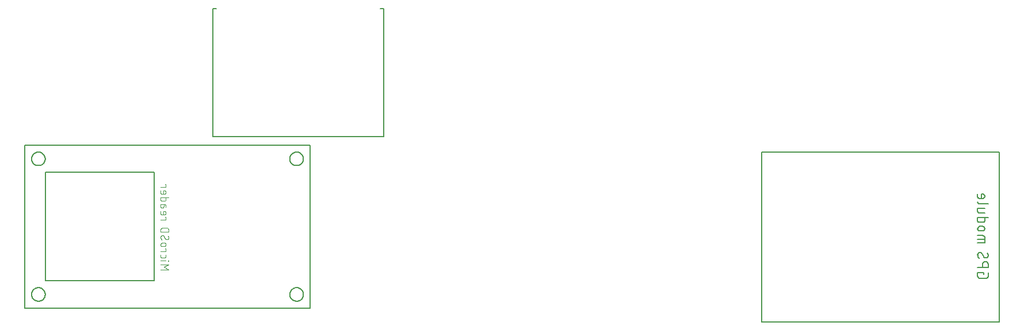
<source format=gbr>
G04 EAGLE Gerber RS-274X export*
G75*
%MOMM*%
%FSLAX34Y34*%
%LPD*%
%INSilkscreen Bottom*%
%IPPOS*%
%AMOC8*
5,1,8,0,0,1.08239X$1,22.5*%
G01*
%ADD10C,0.127000*%
%ADD11C,0.101600*%


D10*
X1113790Y40640D02*
X1113790Y290640D01*
X1463790Y290640D01*
X1463790Y40640D01*
X1113790Y40640D01*
X1440533Y110800D02*
X1440533Y113383D01*
X1431925Y113383D01*
X1431925Y108218D01*
X1431927Y108103D01*
X1431933Y107988D01*
X1431942Y107873D01*
X1431956Y107759D01*
X1431973Y107645D01*
X1431994Y107532D01*
X1432019Y107420D01*
X1432047Y107308D01*
X1432080Y107198D01*
X1432116Y107089D01*
X1432155Y106981D01*
X1432198Y106874D01*
X1432245Y106769D01*
X1432295Y106665D01*
X1432349Y106563D01*
X1432406Y106463D01*
X1432466Y106365D01*
X1432529Y106269D01*
X1432596Y106176D01*
X1432666Y106084D01*
X1432739Y105995D01*
X1432814Y105908D01*
X1432893Y105824D01*
X1432974Y105743D01*
X1433058Y105664D01*
X1433145Y105589D01*
X1433234Y105516D01*
X1433326Y105446D01*
X1433419Y105379D01*
X1433515Y105316D01*
X1433613Y105256D01*
X1433713Y105199D01*
X1433815Y105145D01*
X1433919Y105095D01*
X1434024Y105048D01*
X1434131Y105005D01*
X1434239Y104966D01*
X1434348Y104930D01*
X1434458Y104897D01*
X1434570Y104869D01*
X1434682Y104844D01*
X1434795Y104823D01*
X1434909Y104806D01*
X1435023Y104792D01*
X1435138Y104783D01*
X1435253Y104777D01*
X1435368Y104775D01*
X1443976Y104775D01*
X1444091Y104777D01*
X1444206Y104783D01*
X1444321Y104792D01*
X1444435Y104806D01*
X1444549Y104823D01*
X1444662Y104844D01*
X1444774Y104869D01*
X1444886Y104897D01*
X1444996Y104930D01*
X1445105Y104966D01*
X1445213Y105005D01*
X1445320Y105048D01*
X1445425Y105095D01*
X1445529Y105145D01*
X1445631Y105199D01*
X1445731Y105256D01*
X1445829Y105316D01*
X1445925Y105379D01*
X1446018Y105446D01*
X1446110Y105516D01*
X1446199Y105589D01*
X1446286Y105664D01*
X1446370Y105743D01*
X1446451Y105824D01*
X1446529Y105908D01*
X1446605Y105995D01*
X1446678Y106084D01*
X1446748Y106176D01*
X1446815Y106269D01*
X1446878Y106365D01*
X1446938Y106463D01*
X1446995Y106563D01*
X1447049Y106665D01*
X1447099Y106769D01*
X1447146Y106874D01*
X1447189Y106981D01*
X1447228Y107089D01*
X1447264Y107198D01*
X1447297Y107308D01*
X1447325Y107420D01*
X1447350Y107532D01*
X1447371Y107645D01*
X1447388Y107759D01*
X1447402Y107873D01*
X1447411Y107988D01*
X1447417Y108103D01*
X1447419Y108218D01*
X1447419Y113383D01*
X1447419Y120829D02*
X1431925Y120829D01*
X1447419Y120829D02*
X1447419Y125133D01*
X1447417Y125263D01*
X1447411Y125393D01*
X1447401Y125523D01*
X1447388Y125652D01*
X1447370Y125781D01*
X1447349Y125909D01*
X1447323Y126036D01*
X1447294Y126163D01*
X1447261Y126289D01*
X1447224Y126413D01*
X1447184Y126537D01*
X1447139Y126659D01*
X1447091Y126780D01*
X1447040Y126899D01*
X1446985Y127017D01*
X1446926Y127133D01*
X1446864Y127247D01*
X1446798Y127360D01*
X1446729Y127470D01*
X1446657Y127578D01*
X1446582Y127684D01*
X1446503Y127787D01*
X1446421Y127888D01*
X1446337Y127987D01*
X1446249Y128083D01*
X1446158Y128176D01*
X1446065Y128267D01*
X1445969Y128355D01*
X1445870Y128439D01*
X1445769Y128521D01*
X1445666Y128600D01*
X1445560Y128675D01*
X1445452Y128747D01*
X1445342Y128816D01*
X1445229Y128882D01*
X1445115Y128944D01*
X1444999Y129003D01*
X1444881Y129058D01*
X1444762Y129109D01*
X1444641Y129157D01*
X1444519Y129202D01*
X1444395Y129242D01*
X1444271Y129279D01*
X1444145Y129312D01*
X1444018Y129341D01*
X1443891Y129367D01*
X1443763Y129388D01*
X1443634Y129406D01*
X1443505Y129419D01*
X1443375Y129429D01*
X1443245Y129435D01*
X1443115Y129437D01*
X1442985Y129435D01*
X1442855Y129429D01*
X1442725Y129419D01*
X1442596Y129406D01*
X1442467Y129388D01*
X1442339Y129367D01*
X1442212Y129341D01*
X1442085Y129312D01*
X1441959Y129279D01*
X1441835Y129242D01*
X1441711Y129202D01*
X1441589Y129157D01*
X1441468Y129109D01*
X1441349Y129058D01*
X1441231Y129003D01*
X1441115Y128944D01*
X1441001Y128882D01*
X1440888Y128816D01*
X1440778Y128747D01*
X1440670Y128675D01*
X1440564Y128600D01*
X1440461Y128521D01*
X1440360Y128439D01*
X1440261Y128355D01*
X1440165Y128267D01*
X1440072Y128176D01*
X1439981Y128083D01*
X1439893Y127987D01*
X1439809Y127888D01*
X1439727Y127787D01*
X1439648Y127684D01*
X1439573Y127578D01*
X1439501Y127470D01*
X1439432Y127360D01*
X1439366Y127247D01*
X1439304Y127133D01*
X1439245Y127017D01*
X1439190Y126899D01*
X1439139Y126780D01*
X1439091Y126659D01*
X1439046Y126537D01*
X1439006Y126413D01*
X1438969Y126289D01*
X1438936Y126163D01*
X1438907Y126036D01*
X1438881Y125909D01*
X1438860Y125781D01*
X1438842Y125652D01*
X1438829Y125523D01*
X1438819Y125393D01*
X1438813Y125263D01*
X1438811Y125133D01*
X1438811Y120829D01*
X1431925Y139671D02*
X1431927Y139786D01*
X1431933Y139901D01*
X1431942Y140016D01*
X1431956Y140130D01*
X1431973Y140244D01*
X1431994Y140357D01*
X1432019Y140469D01*
X1432047Y140581D01*
X1432080Y140691D01*
X1432116Y140800D01*
X1432155Y140908D01*
X1432198Y141015D01*
X1432245Y141120D01*
X1432295Y141224D01*
X1432349Y141326D01*
X1432406Y141426D01*
X1432466Y141524D01*
X1432529Y141620D01*
X1432596Y141713D01*
X1432666Y141805D01*
X1432739Y141894D01*
X1432815Y141981D01*
X1432893Y142065D01*
X1432974Y142146D01*
X1433058Y142225D01*
X1433145Y142300D01*
X1433234Y142373D01*
X1433326Y142443D01*
X1433419Y142510D01*
X1433515Y142573D01*
X1433613Y142633D01*
X1433713Y142690D01*
X1433815Y142744D01*
X1433919Y142794D01*
X1434024Y142841D01*
X1434131Y142884D01*
X1434239Y142923D01*
X1434348Y142959D01*
X1434458Y142992D01*
X1434570Y143020D01*
X1434682Y143045D01*
X1434795Y143066D01*
X1434909Y143083D01*
X1435023Y143097D01*
X1435138Y143106D01*
X1435253Y143112D01*
X1435368Y143114D01*
X1431925Y139671D02*
X1431927Y139497D01*
X1431933Y139323D01*
X1431944Y139149D01*
X1431958Y138976D01*
X1431977Y138803D01*
X1432000Y138631D01*
X1432027Y138459D01*
X1432058Y138287D01*
X1432093Y138117D01*
X1432132Y137947D01*
X1432175Y137779D01*
X1432223Y137611D01*
X1432274Y137445D01*
X1432329Y137280D01*
X1432388Y137116D01*
X1432451Y136954D01*
X1432518Y136794D01*
X1432589Y136635D01*
X1432664Y136477D01*
X1432742Y136322D01*
X1432824Y136168D01*
X1432910Y136017D01*
X1432999Y135868D01*
X1433092Y135720D01*
X1433188Y135575D01*
X1433288Y135433D01*
X1433391Y135293D01*
X1433497Y135155D01*
X1433607Y135020D01*
X1433720Y134887D01*
X1433836Y134758D01*
X1433955Y134631D01*
X1434077Y134507D01*
X1443976Y134937D02*
X1444091Y134939D01*
X1444206Y134945D01*
X1444321Y134954D01*
X1444435Y134968D01*
X1444549Y134985D01*
X1444662Y135006D01*
X1444774Y135031D01*
X1444886Y135059D01*
X1444996Y135092D01*
X1445105Y135128D01*
X1445213Y135167D01*
X1445320Y135210D01*
X1445425Y135257D01*
X1445529Y135307D01*
X1445631Y135361D01*
X1445731Y135418D01*
X1445829Y135478D01*
X1445925Y135541D01*
X1446018Y135608D01*
X1446110Y135678D01*
X1446199Y135751D01*
X1446286Y135826D01*
X1446370Y135905D01*
X1446451Y135986D01*
X1446530Y136070D01*
X1446605Y136157D01*
X1446678Y136246D01*
X1446748Y136338D01*
X1446815Y136431D01*
X1446878Y136527D01*
X1446938Y136625D01*
X1446995Y136725D01*
X1447049Y136827D01*
X1447099Y136931D01*
X1447146Y137036D01*
X1447189Y137143D01*
X1447228Y137251D01*
X1447264Y137360D01*
X1447297Y137470D01*
X1447325Y137582D01*
X1447350Y137694D01*
X1447371Y137807D01*
X1447388Y137921D01*
X1447402Y138035D01*
X1447411Y138150D01*
X1447417Y138265D01*
X1447419Y138380D01*
X1447417Y138540D01*
X1447411Y138699D01*
X1447401Y138859D01*
X1447387Y139018D01*
X1447370Y139177D01*
X1447348Y139335D01*
X1447322Y139493D01*
X1447293Y139650D01*
X1447259Y139806D01*
X1447222Y139962D01*
X1447181Y140116D01*
X1447136Y140269D01*
X1447088Y140422D01*
X1447035Y140573D01*
X1446979Y140722D01*
X1446919Y140870D01*
X1446856Y141017D01*
X1446789Y141162D01*
X1446718Y141305D01*
X1446644Y141447D01*
X1446566Y141587D01*
X1446485Y141724D01*
X1446401Y141860D01*
X1446313Y141993D01*
X1446222Y142125D01*
X1446128Y142254D01*
X1440963Y136659D02*
X1441024Y136559D01*
X1441089Y136461D01*
X1441156Y136365D01*
X1441227Y136272D01*
X1441301Y136181D01*
X1441378Y136093D01*
X1441458Y136007D01*
X1441541Y135924D01*
X1441626Y135844D01*
X1441714Y135767D01*
X1441805Y135693D01*
X1441898Y135622D01*
X1441993Y135553D01*
X1442091Y135489D01*
X1442190Y135427D01*
X1442292Y135369D01*
X1442396Y135314D01*
X1442501Y135263D01*
X1442608Y135216D01*
X1442717Y135172D01*
X1442827Y135131D01*
X1442938Y135095D01*
X1443050Y135062D01*
X1443164Y135033D01*
X1443278Y135007D01*
X1443393Y134986D01*
X1443509Y134968D01*
X1443625Y134955D01*
X1443742Y134945D01*
X1443859Y134939D01*
X1443976Y134937D01*
X1438381Y141392D02*
X1438320Y141492D01*
X1438255Y141590D01*
X1438188Y141686D01*
X1438117Y141779D01*
X1438043Y141870D01*
X1437966Y141958D01*
X1437886Y142044D01*
X1437803Y142127D01*
X1437718Y142207D01*
X1437630Y142284D01*
X1437539Y142358D01*
X1437446Y142429D01*
X1437351Y142498D01*
X1437253Y142562D01*
X1437154Y142624D01*
X1437052Y142682D01*
X1436948Y142737D01*
X1436843Y142788D01*
X1436736Y142835D01*
X1436627Y142879D01*
X1436517Y142920D01*
X1436406Y142956D01*
X1436294Y142989D01*
X1436180Y143018D01*
X1436066Y143044D01*
X1435951Y143065D01*
X1435835Y143083D01*
X1435719Y143096D01*
X1435602Y143106D01*
X1435485Y143112D01*
X1435368Y143114D01*
X1438381Y141393D02*
X1440963Y136659D01*
X1442254Y157431D02*
X1431925Y157431D01*
X1442254Y157431D02*
X1442254Y165178D01*
X1442252Y165277D01*
X1442246Y165376D01*
X1442237Y165474D01*
X1442224Y165572D01*
X1442207Y165670D01*
X1442186Y165766D01*
X1442162Y165862D01*
X1442134Y165957D01*
X1442102Y166051D01*
X1442067Y166143D01*
X1442028Y166234D01*
X1441986Y166324D01*
X1441940Y166411D01*
X1441891Y166497D01*
X1441839Y166581D01*
X1441784Y166663D01*
X1441725Y166743D01*
X1441664Y166821D01*
X1441600Y166896D01*
X1441532Y166968D01*
X1441462Y167038D01*
X1441390Y167106D01*
X1441315Y167170D01*
X1441237Y167231D01*
X1441157Y167290D01*
X1441075Y167345D01*
X1440991Y167397D01*
X1440905Y167446D01*
X1440818Y167492D01*
X1440728Y167534D01*
X1440637Y167573D01*
X1440545Y167608D01*
X1440451Y167640D01*
X1440356Y167668D01*
X1440260Y167692D01*
X1440164Y167713D01*
X1440066Y167730D01*
X1439968Y167743D01*
X1439870Y167752D01*
X1439771Y167758D01*
X1439672Y167760D01*
X1431925Y167760D01*
X1431925Y162596D02*
X1442254Y162596D01*
X1438811Y174514D02*
X1435368Y174514D01*
X1438811Y174514D02*
X1438927Y174516D01*
X1439043Y174522D01*
X1439159Y174532D01*
X1439275Y174545D01*
X1439390Y174563D01*
X1439504Y174584D01*
X1439618Y174610D01*
X1439730Y174639D01*
X1439842Y174672D01*
X1439952Y174709D01*
X1440061Y174749D01*
X1440169Y174793D01*
X1440275Y174841D01*
X1440379Y174892D01*
X1440482Y174947D01*
X1440583Y175005D01*
X1440681Y175066D01*
X1440778Y175131D01*
X1440872Y175199D01*
X1440964Y175270D01*
X1441054Y175345D01*
X1441141Y175422D01*
X1441225Y175502D01*
X1441306Y175585D01*
X1441385Y175671D01*
X1441461Y175759D01*
X1441534Y175850D01*
X1441603Y175943D01*
X1441670Y176038D01*
X1441733Y176136D01*
X1441793Y176235D01*
X1441849Y176337D01*
X1441902Y176441D01*
X1441952Y176546D01*
X1441997Y176653D01*
X1442040Y176761D01*
X1442078Y176871D01*
X1442113Y176982D01*
X1442144Y177094D01*
X1442171Y177207D01*
X1442195Y177321D01*
X1442214Y177436D01*
X1442230Y177551D01*
X1442242Y177667D01*
X1442250Y177783D01*
X1442254Y177899D01*
X1442254Y178015D01*
X1442250Y178131D01*
X1442242Y178247D01*
X1442230Y178363D01*
X1442214Y178478D01*
X1442195Y178593D01*
X1442171Y178707D01*
X1442144Y178820D01*
X1442113Y178932D01*
X1442078Y179043D01*
X1442040Y179153D01*
X1441997Y179261D01*
X1441952Y179368D01*
X1441902Y179473D01*
X1441849Y179577D01*
X1441793Y179678D01*
X1441733Y179778D01*
X1441670Y179876D01*
X1441603Y179971D01*
X1441534Y180064D01*
X1441461Y180155D01*
X1441385Y180243D01*
X1441306Y180329D01*
X1441225Y180412D01*
X1441141Y180492D01*
X1441054Y180569D01*
X1440964Y180644D01*
X1440872Y180715D01*
X1440778Y180783D01*
X1440681Y180848D01*
X1440583Y180909D01*
X1440482Y180967D01*
X1440379Y181022D01*
X1440275Y181073D01*
X1440169Y181121D01*
X1440061Y181165D01*
X1439952Y181205D01*
X1439842Y181242D01*
X1439730Y181275D01*
X1439618Y181304D01*
X1439504Y181330D01*
X1439390Y181351D01*
X1439275Y181369D01*
X1439159Y181382D01*
X1439043Y181392D01*
X1438927Y181398D01*
X1438811Y181400D01*
X1435368Y181400D01*
X1435252Y181398D01*
X1435136Y181392D01*
X1435020Y181382D01*
X1434904Y181369D01*
X1434789Y181351D01*
X1434675Y181330D01*
X1434561Y181304D01*
X1434449Y181275D01*
X1434337Y181242D01*
X1434227Y181205D01*
X1434118Y181165D01*
X1434010Y181121D01*
X1433904Y181073D01*
X1433800Y181022D01*
X1433697Y180967D01*
X1433596Y180909D01*
X1433498Y180848D01*
X1433401Y180783D01*
X1433307Y180715D01*
X1433215Y180644D01*
X1433125Y180569D01*
X1433038Y180492D01*
X1432954Y180412D01*
X1432873Y180329D01*
X1432794Y180243D01*
X1432718Y180155D01*
X1432645Y180064D01*
X1432576Y179971D01*
X1432509Y179876D01*
X1432446Y179778D01*
X1432386Y179679D01*
X1432330Y179577D01*
X1432277Y179473D01*
X1432227Y179368D01*
X1432182Y179261D01*
X1432139Y179153D01*
X1432101Y179043D01*
X1432066Y178932D01*
X1432035Y178820D01*
X1432008Y178707D01*
X1431984Y178593D01*
X1431965Y178478D01*
X1431949Y178363D01*
X1431937Y178247D01*
X1431929Y178131D01*
X1431925Y178015D01*
X1431925Y177899D01*
X1431929Y177783D01*
X1431937Y177667D01*
X1431949Y177551D01*
X1431965Y177436D01*
X1431984Y177321D01*
X1432008Y177207D01*
X1432035Y177094D01*
X1432066Y176982D01*
X1432101Y176871D01*
X1432139Y176761D01*
X1432182Y176653D01*
X1432227Y176546D01*
X1432277Y176441D01*
X1432330Y176337D01*
X1432386Y176236D01*
X1432446Y176136D01*
X1432509Y176038D01*
X1432576Y175943D01*
X1432645Y175850D01*
X1432718Y175759D01*
X1432794Y175671D01*
X1432873Y175585D01*
X1432954Y175502D01*
X1433038Y175422D01*
X1433125Y175345D01*
X1433215Y175270D01*
X1433307Y175199D01*
X1433401Y175131D01*
X1433498Y175066D01*
X1433596Y175005D01*
X1433697Y174947D01*
X1433800Y174892D01*
X1433904Y174841D01*
X1434010Y174793D01*
X1434118Y174749D01*
X1434227Y174709D01*
X1434337Y174672D01*
X1434449Y174639D01*
X1434561Y174610D01*
X1434675Y174584D01*
X1434789Y174563D01*
X1434904Y174545D01*
X1435020Y174532D01*
X1435136Y174522D01*
X1435252Y174516D01*
X1435368Y174514D01*
X1431925Y194215D02*
X1447419Y194215D01*
X1431925Y194215D02*
X1431925Y189911D01*
X1431927Y189812D01*
X1431933Y189713D01*
X1431942Y189615D01*
X1431955Y189517D01*
X1431972Y189419D01*
X1431993Y189323D01*
X1432017Y189227D01*
X1432045Y189132D01*
X1432077Y189038D01*
X1432112Y188946D01*
X1432151Y188855D01*
X1432193Y188765D01*
X1432239Y188678D01*
X1432288Y188592D01*
X1432340Y188508D01*
X1432395Y188426D01*
X1432454Y188346D01*
X1432515Y188268D01*
X1432579Y188193D01*
X1432647Y188121D01*
X1432717Y188051D01*
X1432789Y187983D01*
X1432864Y187919D01*
X1432942Y187858D01*
X1433022Y187799D01*
X1433104Y187744D01*
X1433188Y187692D01*
X1433274Y187643D01*
X1433361Y187597D01*
X1433451Y187555D01*
X1433542Y187516D01*
X1433634Y187481D01*
X1433728Y187449D01*
X1433823Y187421D01*
X1433919Y187397D01*
X1434015Y187376D01*
X1434113Y187359D01*
X1434211Y187346D01*
X1434309Y187337D01*
X1434408Y187331D01*
X1434507Y187329D01*
X1439672Y187329D01*
X1439771Y187331D01*
X1439870Y187337D01*
X1439968Y187346D01*
X1440066Y187359D01*
X1440164Y187376D01*
X1440260Y187397D01*
X1440356Y187421D01*
X1440451Y187449D01*
X1440545Y187481D01*
X1440637Y187516D01*
X1440728Y187555D01*
X1440818Y187597D01*
X1440905Y187643D01*
X1440991Y187692D01*
X1441075Y187744D01*
X1441157Y187799D01*
X1441237Y187858D01*
X1441315Y187919D01*
X1441390Y187983D01*
X1441462Y188051D01*
X1441532Y188121D01*
X1441600Y188193D01*
X1441664Y188268D01*
X1441725Y188346D01*
X1441784Y188426D01*
X1441839Y188508D01*
X1441891Y188592D01*
X1441940Y188678D01*
X1441986Y188765D01*
X1442028Y188855D01*
X1442067Y188946D01*
X1442102Y189038D01*
X1442134Y189132D01*
X1442162Y189227D01*
X1442186Y189323D01*
X1442207Y189419D01*
X1442224Y189517D01*
X1442237Y189615D01*
X1442246Y189713D01*
X1442252Y189812D01*
X1442254Y189911D01*
X1442254Y194215D01*
X1442254Y201272D02*
X1434507Y201272D01*
X1434507Y201273D02*
X1434408Y201275D01*
X1434309Y201281D01*
X1434211Y201290D01*
X1434113Y201303D01*
X1434015Y201320D01*
X1433919Y201341D01*
X1433823Y201365D01*
X1433728Y201393D01*
X1433634Y201425D01*
X1433542Y201460D01*
X1433451Y201499D01*
X1433361Y201541D01*
X1433274Y201587D01*
X1433188Y201636D01*
X1433104Y201688D01*
X1433022Y201743D01*
X1432942Y201802D01*
X1432864Y201863D01*
X1432789Y201927D01*
X1432717Y201995D01*
X1432647Y202065D01*
X1432579Y202137D01*
X1432515Y202212D01*
X1432454Y202290D01*
X1432395Y202370D01*
X1432340Y202452D01*
X1432288Y202536D01*
X1432239Y202622D01*
X1432193Y202709D01*
X1432151Y202799D01*
X1432112Y202890D01*
X1432077Y202982D01*
X1432045Y203076D01*
X1432017Y203171D01*
X1431993Y203267D01*
X1431972Y203363D01*
X1431955Y203461D01*
X1431942Y203559D01*
X1431933Y203657D01*
X1431927Y203756D01*
X1431925Y203855D01*
X1431925Y208159D01*
X1442254Y208159D01*
X1447419Y214880D02*
X1434507Y214880D01*
X1434507Y214881D02*
X1434408Y214883D01*
X1434309Y214889D01*
X1434211Y214898D01*
X1434113Y214911D01*
X1434015Y214928D01*
X1433919Y214949D01*
X1433823Y214973D01*
X1433728Y215001D01*
X1433634Y215033D01*
X1433542Y215068D01*
X1433451Y215107D01*
X1433361Y215149D01*
X1433274Y215195D01*
X1433188Y215244D01*
X1433104Y215296D01*
X1433022Y215351D01*
X1432942Y215410D01*
X1432864Y215471D01*
X1432789Y215535D01*
X1432717Y215603D01*
X1432647Y215673D01*
X1432579Y215745D01*
X1432515Y215820D01*
X1432454Y215898D01*
X1432395Y215978D01*
X1432340Y216060D01*
X1432288Y216144D01*
X1432239Y216230D01*
X1432193Y216317D01*
X1432151Y216407D01*
X1432112Y216498D01*
X1432077Y216590D01*
X1432045Y216684D01*
X1432017Y216779D01*
X1431993Y216875D01*
X1431972Y216971D01*
X1431955Y217069D01*
X1431942Y217167D01*
X1431933Y217265D01*
X1431927Y217364D01*
X1431925Y217463D01*
X1431925Y225162D02*
X1431925Y229466D01*
X1431925Y225162D02*
X1431927Y225063D01*
X1431933Y224964D01*
X1431942Y224866D01*
X1431955Y224768D01*
X1431972Y224670D01*
X1431993Y224574D01*
X1432017Y224478D01*
X1432045Y224383D01*
X1432077Y224289D01*
X1432112Y224197D01*
X1432151Y224106D01*
X1432193Y224016D01*
X1432239Y223929D01*
X1432288Y223843D01*
X1432340Y223759D01*
X1432395Y223677D01*
X1432454Y223597D01*
X1432515Y223519D01*
X1432579Y223444D01*
X1432647Y223372D01*
X1432717Y223302D01*
X1432789Y223234D01*
X1432864Y223170D01*
X1432942Y223109D01*
X1433022Y223050D01*
X1433104Y222995D01*
X1433188Y222943D01*
X1433274Y222894D01*
X1433361Y222848D01*
X1433451Y222806D01*
X1433542Y222767D01*
X1433634Y222732D01*
X1433728Y222700D01*
X1433823Y222672D01*
X1433919Y222648D01*
X1434015Y222627D01*
X1434113Y222610D01*
X1434211Y222597D01*
X1434309Y222588D01*
X1434408Y222582D01*
X1434507Y222580D01*
X1438811Y222580D01*
X1438927Y222582D01*
X1439043Y222588D01*
X1439159Y222598D01*
X1439275Y222611D01*
X1439390Y222629D01*
X1439504Y222650D01*
X1439618Y222676D01*
X1439730Y222705D01*
X1439842Y222738D01*
X1439952Y222775D01*
X1440061Y222815D01*
X1440169Y222859D01*
X1440275Y222907D01*
X1440379Y222958D01*
X1440482Y223013D01*
X1440583Y223071D01*
X1440681Y223132D01*
X1440778Y223197D01*
X1440872Y223265D01*
X1440964Y223336D01*
X1441054Y223411D01*
X1441141Y223488D01*
X1441225Y223568D01*
X1441306Y223651D01*
X1441385Y223737D01*
X1441461Y223825D01*
X1441534Y223916D01*
X1441603Y224009D01*
X1441670Y224104D01*
X1441733Y224202D01*
X1441793Y224301D01*
X1441849Y224403D01*
X1441902Y224507D01*
X1441952Y224612D01*
X1441997Y224719D01*
X1442040Y224827D01*
X1442078Y224937D01*
X1442113Y225048D01*
X1442144Y225160D01*
X1442171Y225273D01*
X1442195Y225387D01*
X1442214Y225502D01*
X1442230Y225617D01*
X1442242Y225733D01*
X1442250Y225849D01*
X1442254Y225965D01*
X1442254Y226081D01*
X1442250Y226197D01*
X1442242Y226313D01*
X1442230Y226429D01*
X1442214Y226544D01*
X1442195Y226659D01*
X1442171Y226773D01*
X1442144Y226886D01*
X1442113Y226998D01*
X1442078Y227109D01*
X1442040Y227219D01*
X1441997Y227327D01*
X1441952Y227434D01*
X1441902Y227539D01*
X1441849Y227643D01*
X1441793Y227744D01*
X1441733Y227844D01*
X1441670Y227942D01*
X1441603Y228037D01*
X1441534Y228130D01*
X1441461Y228221D01*
X1441385Y228309D01*
X1441306Y228395D01*
X1441225Y228478D01*
X1441141Y228558D01*
X1441054Y228635D01*
X1440964Y228710D01*
X1440872Y228781D01*
X1440778Y228849D01*
X1440681Y228914D01*
X1440583Y228975D01*
X1440482Y229033D01*
X1440379Y229088D01*
X1440275Y229139D01*
X1440169Y229187D01*
X1440061Y229231D01*
X1439952Y229271D01*
X1439842Y229308D01*
X1439730Y229341D01*
X1439618Y229370D01*
X1439504Y229396D01*
X1439390Y229417D01*
X1439275Y229435D01*
X1439159Y229448D01*
X1439043Y229458D01*
X1438927Y229464D01*
X1438811Y229466D01*
X1437090Y229466D01*
X1437090Y222580D01*
X449580Y60990D02*
X29580Y60990D01*
X29580Y300990D01*
X449580Y300990D01*
X449580Y60990D01*
X59580Y100990D02*
X59580Y260990D01*
X59580Y100990D02*
X219580Y100990D01*
X219580Y260990D01*
X59580Y260990D01*
X39580Y280990D02*
X39583Y281235D01*
X39592Y281481D01*
X39607Y281726D01*
X39628Y281970D01*
X39655Y282214D01*
X39688Y282457D01*
X39727Y282700D01*
X39772Y282941D01*
X39823Y283181D01*
X39880Y283420D01*
X39942Y283657D01*
X40011Y283893D01*
X40085Y284127D01*
X40165Y284359D01*
X40250Y284589D01*
X40341Y284817D01*
X40438Y285042D01*
X40540Y285266D01*
X40648Y285486D01*
X40761Y285704D01*
X40879Y285919D01*
X41003Y286131D01*
X41131Y286340D01*
X41265Y286546D01*
X41404Y286748D01*
X41548Y286947D01*
X41697Y287142D01*
X41850Y287334D01*
X42008Y287522D01*
X42170Y287706D01*
X42338Y287885D01*
X42509Y288061D01*
X42685Y288232D01*
X42864Y288400D01*
X43048Y288562D01*
X43236Y288720D01*
X43428Y288873D01*
X43623Y289022D01*
X43822Y289166D01*
X44024Y289305D01*
X44230Y289439D01*
X44439Y289567D01*
X44651Y289691D01*
X44866Y289809D01*
X45084Y289922D01*
X45304Y290030D01*
X45528Y290132D01*
X45753Y290229D01*
X45981Y290320D01*
X46211Y290405D01*
X46443Y290485D01*
X46677Y290559D01*
X46913Y290628D01*
X47150Y290690D01*
X47389Y290747D01*
X47629Y290798D01*
X47870Y290843D01*
X48113Y290882D01*
X48356Y290915D01*
X48600Y290942D01*
X48844Y290963D01*
X49089Y290978D01*
X49335Y290987D01*
X49580Y290990D01*
X49825Y290987D01*
X50071Y290978D01*
X50316Y290963D01*
X50560Y290942D01*
X50804Y290915D01*
X51047Y290882D01*
X51290Y290843D01*
X51531Y290798D01*
X51771Y290747D01*
X52010Y290690D01*
X52247Y290628D01*
X52483Y290559D01*
X52717Y290485D01*
X52949Y290405D01*
X53179Y290320D01*
X53407Y290229D01*
X53632Y290132D01*
X53856Y290030D01*
X54076Y289922D01*
X54294Y289809D01*
X54509Y289691D01*
X54721Y289567D01*
X54930Y289439D01*
X55136Y289305D01*
X55338Y289166D01*
X55537Y289022D01*
X55732Y288873D01*
X55924Y288720D01*
X56112Y288562D01*
X56296Y288400D01*
X56475Y288232D01*
X56651Y288061D01*
X56822Y287885D01*
X56990Y287706D01*
X57152Y287522D01*
X57310Y287334D01*
X57463Y287142D01*
X57612Y286947D01*
X57756Y286748D01*
X57895Y286546D01*
X58029Y286340D01*
X58157Y286131D01*
X58281Y285919D01*
X58399Y285704D01*
X58512Y285486D01*
X58620Y285266D01*
X58722Y285042D01*
X58819Y284817D01*
X58910Y284589D01*
X58995Y284359D01*
X59075Y284127D01*
X59149Y283893D01*
X59218Y283657D01*
X59280Y283420D01*
X59337Y283181D01*
X59388Y282941D01*
X59433Y282700D01*
X59472Y282457D01*
X59505Y282214D01*
X59532Y281970D01*
X59553Y281726D01*
X59568Y281481D01*
X59577Y281235D01*
X59580Y280990D01*
X59577Y280745D01*
X59568Y280499D01*
X59553Y280254D01*
X59532Y280010D01*
X59505Y279766D01*
X59472Y279523D01*
X59433Y279280D01*
X59388Y279039D01*
X59337Y278799D01*
X59280Y278560D01*
X59218Y278323D01*
X59149Y278087D01*
X59075Y277853D01*
X58995Y277621D01*
X58910Y277391D01*
X58819Y277163D01*
X58722Y276938D01*
X58620Y276714D01*
X58512Y276494D01*
X58399Y276276D01*
X58281Y276061D01*
X58157Y275849D01*
X58029Y275640D01*
X57895Y275434D01*
X57756Y275232D01*
X57612Y275033D01*
X57463Y274838D01*
X57310Y274646D01*
X57152Y274458D01*
X56990Y274274D01*
X56822Y274095D01*
X56651Y273919D01*
X56475Y273748D01*
X56296Y273580D01*
X56112Y273418D01*
X55924Y273260D01*
X55732Y273107D01*
X55537Y272958D01*
X55338Y272814D01*
X55136Y272675D01*
X54930Y272541D01*
X54721Y272413D01*
X54509Y272289D01*
X54294Y272171D01*
X54076Y272058D01*
X53856Y271950D01*
X53632Y271848D01*
X53407Y271751D01*
X53179Y271660D01*
X52949Y271575D01*
X52717Y271495D01*
X52483Y271421D01*
X52247Y271352D01*
X52010Y271290D01*
X51771Y271233D01*
X51531Y271182D01*
X51290Y271137D01*
X51047Y271098D01*
X50804Y271065D01*
X50560Y271038D01*
X50316Y271017D01*
X50071Y271002D01*
X49825Y270993D01*
X49580Y270990D01*
X49335Y270993D01*
X49089Y271002D01*
X48844Y271017D01*
X48600Y271038D01*
X48356Y271065D01*
X48113Y271098D01*
X47870Y271137D01*
X47629Y271182D01*
X47389Y271233D01*
X47150Y271290D01*
X46913Y271352D01*
X46677Y271421D01*
X46443Y271495D01*
X46211Y271575D01*
X45981Y271660D01*
X45753Y271751D01*
X45528Y271848D01*
X45304Y271950D01*
X45084Y272058D01*
X44866Y272171D01*
X44651Y272289D01*
X44439Y272413D01*
X44230Y272541D01*
X44024Y272675D01*
X43822Y272814D01*
X43623Y272958D01*
X43428Y273107D01*
X43236Y273260D01*
X43048Y273418D01*
X42864Y273580D01*
X42685Y273748D01*
X42509Y273919D01*
X42338Y274095D01*
X42170Y274274D01*
X42008Y274458D01*
X41850Y274646D01*
X41697Y274838D01*
X41548Y275033D01*
X41404Y275232D01*
X41265Y275434D01*
X41131Y275640D01*
X41003Y275849D01*
X40879Y276061D01*
X40761Y276276D01*
X40648Y276494D01*
X40540Y276714D01*
X40438Y276938D01*
X40341Y277163D01*
X40250Y277391D01*
X40165Y277621D01*
X40085Y277853D01*
X40011Y278087D01*
X39942Y278323D01*
X39880Y278560D01*
X39823Y278799D01*
X39772Y279039D01*
X39727Y279280D01*
X39688Y279523D01*
X39655Y279766D01*
X39628Y280010D01*
X39607Y280254D01*
X39592Y280499D01*
X39583Y280745D01*
X39580Y280990D01*
X39580Y80990D02*
X39583Y81235D01*
X39592Y81481D01*
X39607Y81726D01*
X39628Y81970D01*
X39655Y82214D01*
X39688Y82457D01*
X39727Y82700D01*
X39772Y82941D01*
X39823Y83181D01*
X39880Y83420D01*
X39942Y83657D01*
X40011Y83893D01*
X40085Y84127D01*
X40165Y84359D01*
X40250Y84589D01*
X40341Y84817D01*
X40438Y85042D01*
X40540Y85266D01*
X40648Y85486D01*
X40761Y85704D01*
X40879Y85919D01*
X41003Y86131D01*
X41131Y86340D01*
X41265Y86546D01*
X41404Y86748D01*
X41548Y86947D01*
X41697Y87142D01*
X41850Y87334D01*
X42008Y87522D01*
X42170Y87706D01*
X42338Y87885D01*
X42509Y88061D01*
X42685Y88232D01*
X42864Y88400D01*
X43048Y88562D01*
X43236Y88720D01*
X43428Y88873D01*
X43623Y89022D01*
X43822Y89166D01*
X44024Y89305D01*
X44230Y89439D01*
X44439Y89567D01*
X44651Y89691D01*
X44866Y89809D01*
X45084Y89922D01*
X45304Y90030D01*
X45528Y90132D01*
X45753Y90229D01*
X45981Y90320D01*
X46211Y90405D01*
X46443Y90485D01*
X46677Y90559D01*
X46913Y90628D01*
X47150Y90690D01*
X47389Y90747D01*
X47629Y90798D01*
X47870Y90843D01*
X48113Y90882D01*
X48356Y90915D01*
X48600Y90942D01*
X48844Y90963D01*
X49089Y90978D01*
X49335Y90987D01*
X49580Y90990D01*
X49825Y90987D01*
X50071Y90978D01*
X50316Y90963D01*
X50560Y90942D01*
X50804Y90915D01*
X51047Y90882D01*
X51290Y90843D01*
X51531Y90798D01*
X51771Y90747D01*
X52010Y90690D01*
X52247Y90628D01*
X52483Y90559D01*
X52717Y90485D01*
X52949Y90405D01*
X53179Y90320D01*
X53407Y90229D01*
X53632Y90132D01*
X53856Y90030D01*
X54076Y89922D01*
X54294Y89809D01*
X54509Y89691D01*
X54721Y89567D01*
X54930Y89439D01*
X55136Y89305D01*
X55338Y89166D01*
X55537Y89022D01*
X55732Y88873D01*
X55924Y88720D01*
X56112Y88562D01*
X56296Y88400D01*
X56475Y88232D01*
X56651Y88061D01*
X56822Y87885D01*
X56990Y87706D01*
X57152Y87522D01*
X57310Y87334D01*
X57463Y87142D01*
X57612Y86947D01*
X57756Y86748D01*
X57895Y86546D01*
X58029Y86340D01*
X58157Y86131D01*
X58281Y85919D01*
X58399Y85704D01*
X58512Y85486D01*
X58620Y85266D01*
X58722Y85042D01*
X58819Y84817D01*
X58910Y84589D01*
X58995Y84359D01*
X59075Y84127D01*
X59149Y83893D01*
X59218Y83657D01*
X59280Y83420D01*
X59337Y83181D01*
X59388Y82941D01*
X59433Y82700D01*
X59472Y82457D01*
X59505Y82214D01*
X59532Y81970D01*
X59553Y81726D01*
X59568Y81481D01*
X59577Y81235D01*
X59580Y80990D01*
X59577Y80745D01*
X59568Y80499D01*
X59553Y80254D01*
X59532Y80010D01*
X59505Y79766D01*
X59472Y79523D01*
X59433Y79280D01*
X59388Y79039D01*
X59337Y78799D01*
X59280Y78560D01*
X59218Y78323D01*
X59149Y78087D01*
X59075Y77853D01*
X58995Y77621D01*
X58910Y77391D01*
X58819Y77163D01*
X58722Y76938D01*
X58620Y76714D01*
X58512Y76494D01*
X58399Y76276D01*
X58281Y76061D01*
X58157Y75849D01*
X58029Y75640D01*
X57895Y75434D01*
X57756Y75232D01*
X57612Y75033D01*
X57463Y74838D01*
X57310Y74646D01*
X57152Y74458D01*
X56990Y74274D01*
X56822Y74095D01*
X56651Y73919D01*
X56475Y73748D01*
X56296Y73580D01*
X56112Y73418D01*
X55924Y73260D01*
X55732Y73107D01*
X55537Y72958D01*
X55338Y72814D01*
X55136Y72675D01*
X54930Y72541D01*
X54721Y72413D01*
X54509Y72289D01*
X54294Y72171D01*
X54076Y72058D01*
X53856Y71950D01*
X53632Y71848D01*
X53407Y71751D01*
X53179Y71660D01*
X52949Y71575D01*
X52717Y71495D01*
X52483Y71421D01*
X52247Y71352D01*
X52010Y71290D01*
X51771Y71233D01*
X51531Y71182D01*
X51290Y71137D01*
X51047Y71098D01*
X50804Y71065D01*
X50560Y71038D01*
X50316Y71017D01*
X50071Y71002D01*
X49825Y70993D01*
X49580Y70990D01*
X49335Y70993D01*
X49089Y71002D01*
X48844Y71017D01*
X48600Y71038D01*
X48356Y71065D01*
X48113Y71098D01*
X47870Y71137D01*
X47629Y71182D01*
X47389Y71233D01*
X47150Y71290D01*
X46913Y71352D01*
X46677Y71421D01*
X46443Y71495D01*
X46211Y71575D01*
X45981Y71660D01*
X45753Y71751D01*
X45528Y71848D01*
X45304Y71950D01*
X45084Y72058D01*
X44866Y72171D01*
X44651Y72289D01*
X44439Y72413D01*
X44230Y72541D01*
X44024Y72675D01*
X43822Y72814D01*
X43623Y72958D01*
X43428Y73107D01*
X43236Y73260D01*
X43048Y73418D01*
X42864Y73580D01*
X42685Y73748D01*
X42509Y73919D01*
X42338Y74095D01*
X42170Y74274D01*
X42008Y74458D01*
X41850Y74646D01*
X41697Y74838D01*
X41548Y75033D01*
X41404Y75232D01*
X41265Y75434D01*
X41131Y75640D01*
X41003Y75849D01*
X40879Y76061D01*
X40761Y76276D01*
X40648Y76494D01*
X40540Y76714D01*
X40438Y76938D01*
X40341Y77163D01*
X40250Y77391D01*
X40165Y77621D01*
X40085Y77853D01*
X40011Y78087D01*
X39942Y78323D01*
X39880Y78560D01*
X39823Y78799D01*
X39772Y79039D01*
X39727Y79280D01*
X39688Y79523D01*
X39655Y79766D01*
X39628Y80010D01*
X39607Y80254D01*
X39592Y80499D01*
X39583Y80745D01*
X39580Y80990D01*
X419580Y80990D02*
X419583Y81235D01*
X419592Y81481D01*
X419607Y81726D01*
X419628Y81970D01*
X419655Y82214D01*
X419688Y82457D01*
X419727Y82700D01*
X419772Y82941D01*
X419823Y83181D01*
X419880Y83420D01*
X419942Y83657D01*
X420011Y83893D01*
X420085Y84127D01*
X420165Y84359D01*
X420250Y84589D01*
X420341Y84817D01*
X420438Y85042D01*
X420540Y85266D01*
X420648Y85486D01*
X420761Y85704D01*
X420879Y85919D01*
X421003Y86131D01*
X421131Y86340D01*
X421265Y86546D01*
X421404Y86748D01*
X421548Y86947D01*
X421697Y87142D01*
X421850Y87334D01*
X422008Y87522D01*
X422170Y87706D01*
X422338Y87885D01*
X422509Y88061D01*
X422685Y88232D01*
X422864Y88400D01*
X423048Y88562D01*
X423236Y88720D01*
X423428Y88873D01*
X423623Y89022D01*
X423822Y89166D01*
X424024Y89305D01*
X424230Y89439D01*
X424439Y89567D01*
X424651Y89691D01*
X424866Y89809D01*
X425084Y89922D01*
X425304Y90030D01*
X425528Y90132D01*
X425753Y90229D01*
X425981Y90320D01*
X426211Y90405D01*
X426443Y90485D01*
X426677Y90559D01*
X426913Y90628D01*
X427150Y90690D01*
X427389Y90747D01*
X427629Y90798D01*
X427870Y90843D01*
X428113Y90882D01*
X428356Y90915D01*
X428600Y90942D01*
X428844Y90963D01*
X429089Y90978D01*
X429335Y90987D01*
X429580Y90990D01*
X429825Y90987D01*
X430071Y90978D01*
X430316Y90963D01*
X430560Y90942D01*
X430804Y90915D01*
X431047Y90882D01*
X431290Y90843D01*
X431531Y90798D01*
X431771Y90747D01*
X432010Y90690D01*
X432247Y90628D01*
X432483Y90559D01*
X432717Y90485D01*
X432949Y90405D01*
X433179Y90320D01*
X433407Y90229D01*
X433632Y90132D01*
X433856Y90030D01*
X434076Y89922D01*
X434294Y89809D01*
X434509Y89691D01*
X434721Y89567D01*
X434930Y89439D01*
X435136Y89305D01*
X435338Y89166D01*
X435537Y89022D01*
X435732Y88873D01*
X435924Y88720D01*
X436112Y88562D01*
X436296Y88400D01*
X436475Y88232D01*
X436651Y88061D01*
X436822Y87885D01*
X436990Y87706D01*
X437152Y87522D01*
X437310Y87334D01*
X437463Y87142D01*
X437612Y86947D01*
X437756Y86748D01*
X437895Y86546D01*
X438029Y86340D01*
X438157Y86131D01*
X438281Y85919D01*
X438399Y85704D01*
X438512Y85486D01*
X438620Y85266D01*
X438722Y85042D01*
X438819Y84817D01*
X438910Y84589D01*
X438995Y84359D01*
X439075Y84127D01*
X439149Y83893D01*
X439218Y83657D01*
X439280Y83420D01*
X439337Y83181D01*
X439388Y82941D01*
X439433Y82700D01*
X439472Y82457D01*
X439505Y82214D01*
X439532Y81970D01*
X439553Y81726D01*
X439568Y81481D01*
X439577Y81235D01*
X439580Y80990D01*
X439577Y80745D01*
X439568Y80499D01*
X439553Y80254D01*
X439532Y80010D01*
X439505Y79766D01*
X439472Y79523D01*
X439433Y79280D01*
X439388Y79039D01*
X439337Y78799D01*
X439280Y78560D01*
X439218Y78323D01*
X439149Y78087D01*
X439075Y77853D01*
X438995Y77621D01*
X438910Y77391D01*
X438819Y77163D01*
X438722Y76938D01*
X438620Y76714D01*
X438512Y76494D01*
X438399Y76276D01*
X438281Y76061D01*
X438157Y75849D01*
X438029Y75640D01*
X437895Y75434D01*
X437756Y75232D01*
X437612Y75033D01*
X437463Y74838D01*
X437310Y74646D01*
X437152Y74458D01*
X436990Y74274D01*
X436822Y74095D01*
X436651Y73919D01*
X436475Y73748D01*
X436296Y73580D01*
X436112Y73418D01*
X435924Y73260D01*
X435732Y73107D01*
X435537Y72958D01*
X435338Y72814D01*
X435136Y72675D01*
X434930Y72541D01*
X434721Y72413D01*
X434509Y72289D01*
X434294Y72171D01*
X434076Y72058D01*
X433856Y71950D01*
X433632Y71848D01*
X433407Y71751D01*
X433179Y71660D01*
X432949Y71575D01*
X432717Y71495D01*
X432483Y71421D01*
X432247Y71352D01*
X432010Y71290D01*
X431771Y71233D01*
X431531Y71182D01*
X431290Y71137D01*
X431047Y71098D01*
X430804Y71065D01*
X430560Y71038D01*
X430316Y71017D01*
X430071Y71002D01*
X429825Y70993D01*
X429580Y70990D01*
X429335Y70993D01*
X429089Y71002D01*
X428844Y71017D01*
X428600Y71038D01*
X428356Y71065D01*
X428113Y71098D01*
X427870Y71137D01*
X427629Y71182D01*
X427389Y71233D01*
X427150Y71290D01*
X426913Y71352D01*
X426677Y71421D01*
X426443Y71495D01*
X426211Y71575D01*
X425981Y71660D01*
X425753Y71751D01*
X425528Y71848D01*
X425304Y71950D01*
X425084Y72058D01*
X424866Y72171D01*
X424651Y72289D01*
X424439Y72413D01*
X424230Y72541D01*
X424024Y72675D01*
X423822Y72814D01*
X423623Y72958D01*
X423428Y73107D01*
X423236Y73260D01*
X423048Y73418D01*
X422864Y73580D01*
X422685Y73748D01*
X422509Y73919D01*
X422338Y74095D01*
X422170Y74274D01*
X422008Y74458D01*
X421850Y74646D01*
X421697Y74838D01*
X421548Y75033D01*
X421404Y75232D01*
X421265Y75434D01*
X421131Y75640D01*
X421003Y75849D01*
X420879Y76061D01*
X420761Y76276D01*
X420648Y76494D01*
X420540Y76714D01*
X420438Y76938D01*
X420341Y77163D01*
X420250Y77391D01*
X420165Y77621D01*
X420085Y77853D01*
X420011Y78087D01*
X419942Y78323D01*
X419880Y78560D01*
X419823Y78799D01*
X419772Y79039D01*
X419727Y79280D01*
X419688Y79523D01*
X419655Y79766D01*
X419628Y80010D01*
X419607Y80254D01*
X419592Y80499D01*
X419583Y80745D01*
X419580Y80990D01*
X419580Y280990D02*
X419583Y281235D01*
X419592Y281481D01*
X419607Y281726D01*
X419628Y281970D01*
X419655Y282214D01*
X419688Y282457D01*
X419727Y282700D01*
X419772Y282941D01*
X419823Y283181D01*
X419880Y283420D01*
X419942Y283657D01*
X420011Y283893D01*
X420085Y284127D01*
X420165Y284359D01*
X420250Y284589D01*
X420341Y284817D01*
X420438Y285042D01*
X420540Y285266D01*
X420648Y285486D01*
X420761Y285704D01*
X420879Y285919D01*
X421003Y286131D01*
X421131Y286340D01*
X421265Y286546D01*
X421404Y286748D01*
X421548Y286947D01*
X421697Y287142D01*
X421850Y287334D01*
X422008Y287522D01*
X422170Y287706D01*
X422338Y287885D01*
X422509Y288061D01*
X422685Y288232D01*
X422864Y288400D01*
X423048Y288562D01*
X423236Y288720D01*
X423428Y288873D01*
X423623Y289022D01*
X423822Y289166D01*
X424024Y289305D01*
X424230Y289439D01*
X424439Y289567D01*
X424651Y289691D01*
X424866Y289809D01*
X425084Y289922D01*
X425304Y290030D01*
X425528Y290132D01*
X425753Y290229D01*
X425981Y290320D01*
X426211Y290405D01*
X426443Y290485D01*
X426677Y290559D01*
X426913Y290628D01*
X427150Y290690D01*
X427389Y290747D01*
X427629Y290798D01*
X427870Y290843D01*
X428113Y290882D01*
X428356Y290915D01*
X428600Y290942D01*
X428844Y290963D01*
X429089Y290978D01*
X429335Y290987D01*
X429580Y290990D01*
X429825Y290987D01*
X430071Y290978D01*
X430316Y290963D01*
X430560Y290942D01*
X430804Y290915D01*
X431047Y290882D01*
X431290Y290843D01*
X431531Y290798D01*
X431771Y290747D01*
X432010Y290690D01*
X432247Y290628D01*
X432483Y290559D01*
X432717Y290485D01*
X432949Y290405D01*
X433179Y290320D01*
X433407Y290229D01*
X433632Y290132D01*
X433856Y290030D01*
X434076Y289922D01*
X434294Y289809D01*
X434509Y289691D01*
X434721Y289567D01*
X434930Y289439D01*
X435136Y289305D01*
X435338Y289166D01*
X435537Y289022D01*
X435732Y288873D01*
X435924Y288720D01*
X436112Y288562D01*
X436296Y288400D01*
X436475Y288232D01*
X436651Y288061D01*
X436822Y287885D01*
X436990Y287706D01*
X437152Y287522D01*
X437310Y287334D01*
X437463Y287142D01*
X437612Y286947D01*
X437756Y286748D01*
X437895Y286546D01*
X438029Y286340D01*
X438157Y286131D01*
X438281Y285919D01*
X438399Y285704D01*
X438512Y285486D01*
X438620Y285266D01*
X438722Y285042D01*
X438819Y284817D01*
X438910Y284589D01*
X438995Y284359D01*
X439075Y284127D01*
X439149Y283893D01*
X439218Y283657D01*
X439280Y283420D01*
X439337Y283181D01*
X439388Y282941D01*
X439433Y282700D01*
X439472Y282457D01*
X439505Y282214D01*
X439532Y281970D01*
X439553Y281726D01*
X439568Y281481D01*
X439577Y281235D01*
X439580Y280990D01*
X439577Y280745D01*
X439568Y280499D01*
X439553Y280254D01*
X439532Y280010D01*
X439505Y279766D01*
X439472Y279523D01*
X439433Y279280D01*
X439388Y279039D01*
X439337Y278799D01*
X439280Y278560D01*
X439218Y278323D01*
X439149Y278087D01*
X439075Y277853D01*
X438995Y277621D01*
X438910Y277391D01*
X438819Y277163D01*
X438722Y276938D01*
X438620Y276714D01*
X438512Y276494D01*
X438399Y276276D01*
X438281Y276061D01*
X438157Y275849D01*
X438029Y275640D01*
X437895Y275434D01*
X437756Y275232D01*
X437612Y275033D01*
X437463Y274838D01*
X437310Y274646D01*
X437152Y274458D01*
X436990Y274274D01*
X436822Y274095D01*
X436651Y273919D01*
X436475Y273748D01*
X436296Y273580D01*
X436112Y273418D01*
X435924Y273260D01*
X435732Y273107D01*
X435537Y272958D01*
X435338Y272814D01*
X435136Y272675D01*
X434930Y272541D01*
X434721Y272413D01*
X434509Y272289D01*
X434294Y272171D01*
X434076Y272058D01*
X433856Y271950D01*
X433632Y271848D01*
X433407Y271751D01*
X433179Y271660D01*
X432949Y271575D01*
X432717Y271495D01*
X432483Y271421D01*
X432247Y271352D01*
X432010Y271290D01*
X431771Y271233D01*
X431531Y271182D01*
X431290Y271137D01*
X431047Y271098D01*
X430804Y271065D01*
X430560Y271038D01*
X430316Y271017D01*
X430071Y271002D01*
X429825Y270993D01*
X429580Y270990D01*
X429335Y270993D01*
X429089Y271002D01*
X428844Y271017D01*
X428600Y271038D01*
X428356Y271065D01*
X428113Y271098D01*
X427870Y271137D01*
X427629Y271182D01*
X427389Y271233D01*
X427150Y271290D01*
X426913Y271352D01*
X426677Y271421D01*
X426443Y271495D01*
X426211Y271575D01*
X425981Y271660D01*
X425753Y271751D01*
X425528Y271848D01*
X425304Y271950D01*
X425084Y272058D01*
X424866Y272171D01*
X424651Y272289D01*
X424439Y272413D01*
X424230Y272541D01*
X424024Y272675D01*
X423822Y272814D01*
X423623Y272958D01*
X423428Y273107D01*
X423236Y273260D01*
X423048Y273418D01*
X422864Y273580D01*
X422685Y273748D01*
X422509Y273919D01*
X422338Y274095D01*
X422170Y274274D01*
X422008Y274458D01*
X421850Y274646D01*
X421697Y274838D01*
X421548Y275033D01*
X421404Y275232D01*
X421265Y275434D01*
X421131Y275640D01*
X421003Y275849D01*
X420879Y276061D01*
X420761Y276276D01*
X420648Y276494D01*
X420540Y276714D01*
X420438Y276938D01*
X420341Y277163D01*
X420250Y277391D01*
X420165Y277621D01*
X420085Y277853D01*
X420011Y278087D01*
X419942Y278323D01*
X419880Y278560D01*
X419823Y278799D01*
X419772Y279039D01*
X419727Y279280D01*
X419688Y279523D01*
X419655Y279766D01*
X419628Y280010D01*
X419607Y280254D01*
X419592Y280499D01*
X419583Y280745D01*
X419580Y280990D01*
D11*
X241072Y117446D02*
X229388Y117446D01*
X234581Y121341D02*
X241072Y117446D01*
X234581Y121341D02*
X241072Y125235D01*
X229388Y125235D01*
X229388Y130485D02*
X237177Y130485D01*
X240423Y130160D02*
X241072Y130160D01*
X241072Y130809D01*
X240423Y130809D01*
X240423Y130160D01*
X229388Y137088D02*
X229388Y139684D01*
X229388Y137088D02*
X229390Y137001D01*
X229396Y136913D01*
X229406Y136827D01*
X229419Y136740D01*
X229437Y136655D01*
X229458Y136570D01*
X229483Y136486D01*
X229512Y136404D01*
X229545Y136323D01*
X229581Y136243D01*
X229620Y136165D01*
X229664Y136089D01*
X229710Y136015D01*
X229760Y135944D01*
X229813Y135874D01*
X229869Y135807D01*
X229928Y135743D01*
X229990Y135681D01*
X230054Y135622D01*
X230121Y135566D01*
X230191Y135513D01*
X230262Y135463D01*
X230336Y135417D01*
X230412Y135373D01*
X230490Y135334D01*
X230570Y135298D01*
X230651Y135265D01*
X230733Y135236D01*
X230817Y135211D01*
X230902Y135190D01*
X230987Y135172D01*
X231074Y135159D01*
X231160Y135149D01*
X231248Y135143D01*
X231335Y135141D01*
X231335Y135140D02*
X235230Y135140D01*
X235230Y135141D02*
X235317Y135143D01*
X235405Y135149D01*
X235491Y135159D01*
X235578Y135172D01*
X235663Y135190D01*
X235748Y135211D01*
X235832Y135236D01*
X235914Y135265D01*
X235995Y135298D01*
X236075Y135334D01*
X236153Y135373D01*
X236229Y135417D01*
X236303Y135463D01*
X236374Y135513D01*
X236444Y135566D01*
X236511Y135622D01*
X236575Y135681D01*
X236637Y135743D01*
X236696Y135807D01*
X236752Y135874D01*
X236805Y135944D01*
X236855Y136015D01*
X236901Y136089D01*
X236945Y136165D01*
X236984Y136243D01*
X237020Y136323D01*
X237053Y136404D01*
X237082Y136486D01*
X237107Y136570D01*
X237128Y136655D01*
X237146Y136740D01*
X237159Y136827D01*
X237169Y136913D01*
X237175Y137001D01*
X237177Y137088D01*
X237177Y139684D01*
X237177Y144337D02*
X229388Y144337D01*
X237177Y144337D02*
X237177Y148232D01*
X235879Y148232D01*
X234581Y151891D02*
X231984Y151891D01*
X234581Y151892D02*
X234682Y151894D01*
X234782Y151900D01*
X234882Y151910D01*
X234982Y151923D01*
X235081Y151941D01*
X235180Y151962D01*
X235277Y151987D01*
X235374Y152016D01*
X235469Y152049D01*
X235563Y152085D01*
X235655Y152125D01*
X235746Y152168D01*
X235835Y152215D01*
X235922Y152265D01*
X236008Y152319D01*
X236091Y152376D01*
X236171Y152436D01*
X236250Y152499D01*
X236326Y152566D01*
X236399Y152635D01*
X236469Y152707D01*
X236537Y152781D01*
X236602Y152858D01*
X236663Y152938D01*
X236722Y153020D01*
X236777Y153104D01*
X236829Y153190D01*
X236878Y153278D01*
X236923Y153368D01*
X236965Y153460D01*
X237003Y153553D01*
X237037Y153648D01*
X237068Y153743D01*
X237095Y153840D01*
X237118Y153938D01*
X237138Y154037D01*
X237153Y154137D01*
X237165Y154237D01*
X237173Y154337D01*
X237177Y154438D01*
X237177Y154538D01*
X237173Y154639D01*
X237165Y154739D01*
X237153Y154839D01*
X237138Y154939D01*
X237118Y155038D01*
X237095Y155136D01*
X237068Y155233D01*
X237037Y155328D01*
X237003Y155423D01*
X236965Y155516D01*
X236923Y155608D01*
X236878Y155698D01*
X236829Y155786D01*
X236777Y155872D01*
X236722Y155956D01*
X236663Y156038D01*
X236602Y156118D01*
X236537Y156195D01*
X236469Y156269D01*
X236399Y156341D01*
X236326Y156410D01*
X236250Y156477D01*
X236171Y156540D01*
X236091Y156600D01*
X236008Y156657D01*
X235922Y156711D01*
X235835Y156761D01*
X235746Y156808D01*
X235655Y156851D01*
X235563Y156891D01*
X235469Y156927D01*
X235374Y156960D01*
X235277Y156989D01*
X235180Y157014D01*
X235081Y157035D01*
X234982Y157053D01*
X234882Y157066D01*
X234782Y157076D01*
X234682Y157082D01*
X234581Y157084D01*
X231984Y157084D01*
X231883Y157082D01*
X231783Y157076D01*
X231683Y157066D01*
X231583Y157053D01*
X231484Y157035D01*
X231385Y157014D01*
X231288Y156989D01*
X231191Y156960D01*
X231096Y156927D01*
X231002Y156891D01*
X230910Y156851D01*
X230819Y156808D01*
X230730Y156761D01*
X230643Y156711D01*
X230557Y156657D01*
X230474Y156600D01*
X230394Y156540D01*
X230315Y156477D01*
X230239Y156410D01*
X230166Y156341D01*
X230096Y156269D01*
X230028Y156195D01*
X229963Y156118D01*
X229902Y156038D01*
X229843Y155956D01*
X229788Y155872D01*
X229736Y155786D01*
X229687Y155698D01*
X229642Y155608D01*
X229600Y155516D01*
X229562Y155423D01*
X229528Y155328D01*
X229497Y155233D01*
X229470Y155136D01*
X229447Y155038D01*
X229427Y154939D01*
X229412Y154839D01*
X229400Y154739D01*
X229392Y154639D01*
X229388Y154538D01*
X229388Y154438D01*
X229392Y154337D01*
X229400Y154237D01*
X229412Y154137D01*
X229427Y154037D01*
X229447Y153938D01*
X229470Y153840D01*
X229497Y153743D01*
X229528Y153648D01*
X229562Y153553D01*
X229600Y153460D01*
X229642Y153368D01*
X229687Y153278D01*
X229736Y153190D01*
X229788Y153104D01*
X229843Y153020D01*
X229902Y152938D01*
X229963Y152858D01*
X230028Y152781D01*
X230096Y152707D01*
X230166Y152635D01*
X230239Y152566D01*
X230315Y152499D01*
X230394Y152436D01*
X230474Y152376D01*
X230557Y152319D01*
X230643Y152265D01*
X230730Y152215D01*
X230819Y152168D01*
X230910Y152125D01*
X231002Y152085D01*
X231096Y152049D01*
X231191Y152016D01*
X231288Y151987D01*
X231385Y151962D01*
X231484Y151941D01*
X231583Y151923D01*
X231683Y151910D01*
X231783Y151900D01*
X231883Y151894D01*
X231984Y151892D01*
X229388Y165424D02*
X229390Y165523D01*
X229396Y165623D01*
X229405Y165722D01*
X229418Y165820D01*
X229435Y165918D01*
X229456Y166016D01*
X229481Y166112D01*
X229509Y166207D01*
X229541Y166301D01*
X229576Y166394D01*
X229615Y166486D01*
X229658Y166576D01*
X229703Y166664D01*
X229753Y166751D01*
X229805Y166835D01*
X229861Y166918D01*
X229919Y166998D01*
X229981Y167076D01*
X230046Y167151D01*
X230114Y167224D01*
X230184Y167294D01*
X230257Y167362D01*
X230332Y167427D01*
X230410Y167489D01*
X230490Y167547D01*
X230573Y167603D01*
X230657Y167655D01*
X230744Y167705D01*
X230832Y167750D01*
X230922Y167793D01*
X231014Y167832D01*
X231107Y167867D01*
X231201Y167899D01*
X231296Y167927D01*
X231392Y167952D01*
X231490Y167973D01*
X231588Y167990D01*
X231686Y168003D01*
X231785Y168012D01*
X231885Y168018D01*
X231984Y168020D01*
X229388Y165424D02*
X229390Y165280D01*
X229396Y165135D01*
X229405Y164991D01*
X229418Y164848D01*
X229435Y164704D01*
X229456Y164561D01*
X229481Y164419D01*
X229509Y164278D01*
X229541Y164137D01*
X229577Y163997D01*
X229616Y163858D01*
X229659Y163720D01*
X229706Y163584D01*
X229756Y163448D01*
X229810Y163314D01*
X229867Y163182D01*
X229928Y163051D01*
X229992Y162922D01*
X230060Y162794D01*
X230130Y162668D01*
X230205Y162544D01*
X230282Y162423D01*
X230363Y162303D01*
X230446Y162185D01*
X230533Y162070D01*
X230623Y161957D01*
X230716Y161846D01*
X230811Y161738D01*
X230910Y161632D01*
X231011Y161529D01*
X238476Y161854D02*
X238575Y161856D01*
X238675Y161862D01*
X238774Y161871D01*
X238872Y161884D01*
X238970Y161901D01*
X239068Y161922D01*
X239164Y161947D01*
X239259Y161975D01*
X239353Y162007D01*
X239446Y162042D01*
X239538Y162081D01*
X239628Y162124D01*
X239716Y162169D01*
X239803Y162219D01*
X239887Y162271D01*
X239970Y162327D01*
X240050Y162385D01*
X240128Y162447D01*
X240203Y162512D01*
X240276Y162580D01*
X240346Y162650D01*
X240414Y162723D01*
X240479Y162798D01*
X240541Y162876D01*
X240599Y162956D01*
X240655Y163039D01*
X240707Y163123D01*
X240757Y163210D01*
X240802Y163298D01*
X240845Y163388D01*
X240884Y163480D01*
X240919Y163573D01*
X240951Y163667D01*
X240979Y163762D01*
X241004Y163859D01*
X241025Y163956D01*
X241042Y164054D01*
X241055Y164152D01*
X241064Y164251D01*
X241070Y164351D01*
X241072Y164450D01*
X241070Y164586D01*
X241064Y164722D01*
X241055Y164858D01*
X241042Y164994D01*
X241024Y165129D01*
X241004Y165263D01*
X240979Y165397D01*
X240951Y165531D01*
X240918Y165663D01*
X240883Y165794D01*
X240843Y165925D01*
X240800Y166054D01*
X240754Y166182D01*
X240703Y166308D01*
X240650Y166434D01*
X240592Y166557D01*
X240532Y166679D01*
X240468Y166799D01*
X240400Y166918D01*
X240330Y167034D01*
X240256Y167148D01*
X240179Y167261D01*
X240098Y167371D01*
X236204Y163151D02*
X236257Y163065D01*
X236314Y162981D01*
X236373Y162899D01*
X236436Y162819D01*
X236502Y162742D01*
X236570Y162667D01*
X236642Y162595D01*
X236716Y162526D01*
X236793Y162460D01*
X236872Y162397D01*
X236954Y162337D01*
X237038Y162280D01*
X237124Y162226D01*
X237212Y162176D01*
X237302Y162129D01*
X237393Y162085D01*
X237487Y162046D01*
X237581Y162009D01*
X237677Y161977D01*
X237775Y161948D01*
X237873Y161923D01*
X237972Y161902D01*
X238072Y161884D01*
X238172Y161871D01*
X238273Y161861D01*
X238375Y161855D01*
X238476Y161853D01*
X234256Y166722D02*
X234203Y166808D01*
X234146Y166892D01*
X234087Y166974D01*
X234024Y167054D01*
X233958Y167131D01*
X233890Y167206D01*
X233818Y167278D01*
X233744Y167347D01*
X233667Y167413D01*
X233588Y167476D01*
X233506Y167536D01*
X233422Y167593D01*
X233336Y167647D01*
X233248Y167697D01*
X233158Y167744D01*
X233067Y167788D01*
X232973Y167827D01*
X232879Y167864D01*
X232783Y167896D01*
X232685Y167925D01*
X232587Y167950D01*
X232488Y167971D01*
X232388Y167989D01*
X232288Y168002D01*
X232187Y168012D01*
X232085Y168018D01*
X231984Y168020D01*
X234256Y166722D02*
X236204Y163152D01*
X241072Y172959D02*
X229388Y172959D01*
X241072Y172959D02*
X241072Y176204D01*
X241070Y176317D01*
X241064Y176430D01*
X241054Y176543D01*
X241040Y176656D01*
X241023Y176768D01*
X241001Y176879D01*
X240976Y176989D01*
X240946Y177099D01*
X240913Y177207D01*
X240876Y177314D01*
X240836Y177420D01*
X240791Y177524D01*
X240743Y177627D01*
X240692Y177728D01*
X240637Y177827D01*
X240579Y177924D01*
X240517Y178019D01*
X240452Y178112D01*
X240384Y178202D01*
X240313Y178290D01*
X240238Y178376D01*
X240161Y178459D01*
X240081Y178539D01*
X239998Y178616D01*
X239912Y178691D01*
X239824Y178762D01*
X239734Y178830D01*
X239641Y178895D01*
X239546Y178957D01*
X239449Y179015D01*
X239350Y179070D01*
X239249Y179121D01*
X239146Y179169D01*
X239042Y179214D01*
X238936Y179254D01*
X238829Y179291D01*
X238721Y179324D01*
X238611Y179354D01*
X238501Y179379D01*
X238390Y179401D01*
X238278Y179418D01*
X238165Y179432D01*
X238052Y179442D01*
X237939Y179448D01*
X237826Y179450D01*
X232634Y179450D01*
X232521Y179448D01*
X232408Y179442D01*
X232295Y179432D01*
X232182Y179418D01*
X232070Y179401D01*
X231959Y179379D01*
X231849Y179354D01*
X231739Y179324D01*
X231631Y179291D01*
X231524Y179254D01*
X231418Y179214D01*
X231314Y179169D01*
X231211Y179121D01*
X231110Y179070D01*
X231011Y179015D01*
X230914Y178957D01*
X230819Y178895D01*
X230726Y178830D01*
X230636Y178762D01*
X230548Y178691D01*
X230462Y178616D01*
X230379Y178539D01*
X230299Y178459D01*
X230222Y178376D01*
X230147Y178290D01*
X230076Y178202D01*
X230008Y178112D01*
X229943Y178019D01*
X229881Y177924D01*
X229823Y177827D01*
X229768Y177728D01*
X229717Y177627D01*
X229669Y177524D01*
X229624Y177420D01*
X229584Y177314D01*
X229547Y177207D01*
X229514Y177099D01*
X229484Y176989D01*
X229459Y176879D01*
X229437Y176768D01*
X229420Y176656D01*
X229406Y176543D01*
X229396Y176430D01*
X229390Y176317D01*
X229388Y176204D01*
X229388Y172959D01*
X229388Y191200D02*
X237177Y191200D01*
X237177Y195095D01*
X235879Y195095D01*
X229388Y200701D02*
X229388Y203947D01*
X229388Y200701D02*
X229390Y200614D01*
X229396Y200526D01*
X229406Y200440D01*
X229419Y200353D01*
X229437Y200268D01*
X229458Y200183D01*
X229483Y200099D01*
X229512Y200017D01*
X229545Y199936D01*
X229581Y199856D01*
X229620Y199778D01*
X229664Y199702D01*
X229710Y199628D01*
X229760Y199557D01*
X229813Y199487D01*
X229869Y199420D01*
X229928Y199356D01*
X229990Y199294D01*
X230054Y199235D01*
X230121Y199179D01*
X230191Y199126D01*
X230262Y199076D01*
X230336Y199030D01*
X230412Y198986D01*
X230490Y198947D01*
X230570Y198911D01*
X230651Y198878D01*
X230733Y198849D01*
X230817Y198824D01*
X230902Y198803D01*
X230987Y198785D01*
X231074Y198772D01*
X231160Y198762D01*
X231248Y198756D01*
X231335Y198754D01*
X234581Y198754D01*
X234682Y198756D01*
X234782Y198762D01*
X234882Y198772D01*
X234982Y198785D01*
X235081Y198803D01*
X235180Y198824D01*
X235277Y198849D01*
X235374Y198878D01*
X235469Y198911D01*
X235563Y198947D01*
X235655Y198987D01*
X235746Y199030D01*
X235835Y199077D01*
X235922Y199127D01*
X236008Y199181D01*
X236091Y199238D01*
X236171Y199298D01*
X236250Y199361D01*
X236326Y199428D01*
X236399Y199497D01*
X236469Y199569D01*
X236537Y199643D01*
X236602Y199720D01*
X236663Y199800D01*
X236722Y199882D01*
X236777Y199966D01*
X236829Y200052D01*
X236878Y200140D01*
X236923Y200230D01*
X236965Y200322D01*
X237003Y200415D01*
X237037Y200510D01*
X237068Y200605D01*
X237095Y200702D01*
X237118Y200800D01*
X237138Y200899D01*
X237153Y200999D01*
X237165Y201099D01*
X237173Y201199D01*
X237177Y201300D01*
X237177Y201400D01*
X237173Y201501D01*
X237165Y201601D01*
X237153Y201701D01*
X237138Y201801D01*
X237118Y201900D01*
X237095Y201998D01*
X237068Y202095D01*
X237037Y202190D01*
X237003Y202285D01*
X236965Y202378D01*
X236923Y202470D01*
X236878Y202560D01*
X236829Y202648D01*
X236777Y202734D01*
X236722Y202818D01*
X236663Y202900D01*
X236602Y202980D01*
X236537Y203057D01*
X236469Y203131D01*
X236399Y203203D01*
X236326Y203272D01*
X236250Y203339D01*
X236171Y203402D01*
X236091Y203462D01*
X236008Y203519D01*
X235922Y203573D01*
X235835Y203623D01*
X235746Y203670D01*
X235655Y203713D01*
X235563Y203753D01*
X235469Y203789D01*
X235374Y203822D01*
X235277Y203851D01*
X235180Y203876D01*
X235081Y203897D01*
X234982Y203915D01*
X234882Y203928D01*
X234782Y203938D01*
X234682Y203944D01*
X234581Y203946D01*
X234581Y203947D02*
X233283Y203947D01*
X233283Y198754D01*
X233932Y210873D02*
X233932Y213794D01*
X233932Y210873D02*
X233930Y210779D01*
X233924Y210685D01*
X233915Y210592D01*
X233901Y210499D01*
X233884Y210407D01*
X233862Y210315D01*
X233838Y210225D01*
X233809Y210135D01*
X233777Y210047D01*
X233741Y209960D01*
X233701Y209875D01*
X233658Y209792D01*
X233612Y209710D01*
X233562Y209630D01*
X233509Y209553D01*
X233453Y209478D01*
X233394Y209405D01*
X233332Y209334D01*
X233267Y209266D01*
X233199Y209201D01*
X233128Y209139D01*
X233055Y209080D01*
X232980Y209024D01*
X232903Y208971D01*
X232823Y208921D01*
X232741Y208875D01*
X232658Y208832D01*
X232573Y208792D01*
X232486Y208756D01*
X232398Y208724D01*
X232308Y208695D01*
X232218Y208671D01*
X232126Y208649D01*
X232034Y208632D01*
X231941Y208618D01*
X231848Y208609D01*
X231754Y208603D01*
X231660Y208601D01*
X231566Y208603D01*
X231472Y208609D01*
X231379Y208618D01*
X231286Y208632D01*
X231194Y208649D01*
X231102Y208671D01*
X231012Y208695D01*
X230922Y208724D01*
X230834Y208756D01*
X230747Y208792D01*
X230662Y208832D01*
X230579Y208875D01*
X230497Y208921D01*
X230417Y208971D01*
X230340Y209024D01*
X230265Y209080D01*
X230192Y209139D01*
X230121Y209201D01*
X230053Y209266D01*
X229988Y209334D01*
X229926Y209405D01*
X229867Y209478D01*
X229811Y209553D01*
X229758Y209630D01*
X229708Y209710D01*
X229662Y209792D01*
X229619Y209875D01*
X229579Y209960D01*
X229543Y210047D01*
X229511Y210135D01*
X229482Y210225D01*
X229458Y210315D01*
X229436Y210407D01*
X229419Y210499D01*
X229405Y210592D01*
X229396Y210685D01*
X229390Y210779D01*
X229388Y210873D01*
X229388Y213794D01*
X235230Y213794D01*
X235317Y213792D01*
X235405Y213786D01*
X235491Y213776D01*
X235578Y213763D01*
X235663Y213745D01*
X235748Y213724D01*
X235832Y213699D01*
X235914Y213670D01*
X235995Y213637D01*
X236075Y213601D01*
X236153Y213562D01*
X236229Y213518D01*
X236303Y213472D01*
X236374Y213422D01*
X236444Y213369D01*
X236511Y213313D01*
X236575Y213254D01*
X236637Y213192D01*
X236696Y213128D01*
X236752Y213061D01*
X236805Y212991D01*
X236855Y212920D01*
X236901Y212846D01*
X236945Y212770D01*
X236984Y212692D01*
X237020Y212612D01*
X237053Y212531D01*
X237082Y212449D01*
X237107Y212365D01*
X237128Y212280D01*
X237146Y212195D01*
X237159Y212108D01*
X237169Y212022D01*
X237175Y211934D01*
X237177Y211847D01*
X237177Y209250D01*
X241072Y224081D02*
X229388Y224081D01*
X229388Y220835D01*
X229390Y220748D01*
X229396Y220660D01*
X229406Y220574D01*
X229419Y220487D01*
X229437Y220402D01*
X229458Y220317D01*
X229483Y220233D01*
X229512Y220151D01*
X229545Y220070D01*
X229581Y219990D01*
X229620Y219912D01*
X229664Y219836D01*
X229710Y219762D01*
X229760Y219691D01*
X229813Y219621D01*
X229869Y219554D01*
X229928Y219490D01*
X229990Y219428D01*
X230054Y219369D01*
X230121Y219313D01*
X230191Y219260D01*
X230262Y219210D01*
X230336Y219164D01*
X230412Y219120D01*
X230490Y219081D01*
X230570Y219045D01*
X230651Y219012D01*
X230733Y218983D01*
X230817Y218958D01*
X230902Y218937D01*
X230987Y218919D01*
X231074Y218906D01*
X231160Y218896D01*
X231248Y218890D01*
X231335Y218888D01*
X235230Y218888D01*
X235317Y218890D01*
X235405Y218896D01*
X235491Y218906D01*
X235578Y218919D01*
X235663Y218937D01*
X235748Y218958D01*
X235832Y218983D01*
X235914Y219012D01*
X235995Y219045D01*
X236075Y219081D01*
X236153Y219120D01*
X236229Y219164D01*
X236303Y219210D01*
X236374Y219260D01*
X236444Y219313D01*
X236511Y219369D01*
X236575Y219428D01*
X236637Y219490D01*
X236696Y219554D01*
X236752Y219621D01*
X236805Y219691D01*
X236855Y219762D01*
X236901Y219836D01*
X236945Y219912D01*
X236984Y219990D01*
X237020Y220070D01*
X237053Y220151D01*
X237082Y220233D01*
X237107Y220317D01*
X237128Y220402D01*
X237146Y220487D01*
X237159Y220574D01*
X237169Y220660D01*
X237175Y220748D01*
X237177Y220835D01*
X237177Y224081D01*
X229388Y231181D02*
X229388Y234427D01*
X229388Y231181D02*
X229390Y231094D01*
X229396Y231006D01*
X229406Y230920D01*
X229419Y230833D01*
X229437Y230748D01*
X229458Y230663D01*
X229483Y230579D01*
X229512Y230497D01*
X229545Y230416D01*
X229581Y230336D01*
X229620Y230258D01*
X229664Y230182D01*
X229710Y230108D01*
X229760Y230037D01*
X229813Y229967D01*
X229869Y229900D01*
X229928Y229836D01*
X229990Y229774D01*
X230054Y229715D01*
X230121Y229659D01*
X230191Y229606D01*
X230262Y229556D01*
X230336Y229510D01*
X230412Y229466D01*
X230490Y229427D01*
X230570Y229391D01*
X230651Y229358D01*
X230733Y229329D01*
X230817Y229304D01*
X230902Y229283D01*
X230987Y229265D01*
X231074Y229252D01*
X231160Y229242D01*
X231248Y229236D01*
X231335Y229234D01*
X234581Y229234D01*
X234682Y229236D01*
X234782Y229242D01*
X234882Y229252D01*
X234982Y229265D01*
X235081Y229283D01*
X235180Y229304D01*
X235277Y229329D01*
X235374Y229358D01*
X235469Y229391D01*
X235563Y229427D01*
X235655Y229467D01*
X235746Y229510D01*
X235835Y229557D01*
X235922Y229607D01*
X236008Y229661D01*
X236091Y229718D01*
X236171Y229778D01*
X236250Y229841D01*
X236326Y229908D01*
X236399Y229977D01*
X236469Y230049D01*
X236537Y230123D01*
X236602Y230200D01*
X236663Y230280D01*
X236722Y230362D01*
X236777Y230446D01*
X236829Y230532D01*
X236878Y230620D01*
X236923Y230710D01*
X236965Y230802D01*
X237003Y230895D01*
X237037Y230990D01*
X237068Y231085D01*
X237095Y231182D01*
X237118Y231280D01*
X237138Y231379D01*
X237153Y231479D01*
X237165Y231579D01*
X237173Y231679D01*
X237177Y231780D01*
X237177Y231880D01*
X237173Y231981D01*
X237165Y232081D01*
X237153Y232181D01*
X237138Y232281D01*
X237118Y232380D01*
X237095Y232478D01*
X237068Y232575D01*
X237037Y232670D01*
X237003Y232765D01*
X236965Y232858D01*
X236923Y232950D01*
X236878Y233040D01*
X236829Y233128D01*
X236777Y233214D01*
X236722Y233298D01*
X236663Y233380D01*
X236602Y233460D01*
X236537Y233537D01*
X236469Y233611D01*
X236399Y233683D01*
X236326Y233752D01*
X236250Y233819D01*
X236171Y233882D01*
X236091Y233942D01*
X236008Y233999D01*
X235922Y234053D01*
X235835Y234103D01*
X235746Y234150D01*
X235655Y234193D01*
X235563Y234233D01*
X235469Y234269D01*
X235374Y234302D01*
X235277Y234331D01*
X235180Y234356D01*
X235081Y234377D01*
X234982Y234395D01*
X234882Y234408D01*
X234782Y234418D01*
X234682Y234424D01*
X234581Y234426D01*
X234581Y234427D02*
X233283Y234427D01*
X233283Y229234D01*
X229388Y239587D02*
X237177Y239587D01*
X237177Y243482D01*
X235879Y243482D01*
D10*
X552450Y502920D02*
X557530Y502920D01*
X557530Y313690D01*
X311150Y502920D02*
X306070Y502920D01*
X306070Y313690D01*
X557530Y313690D01*
M02*

</source>
